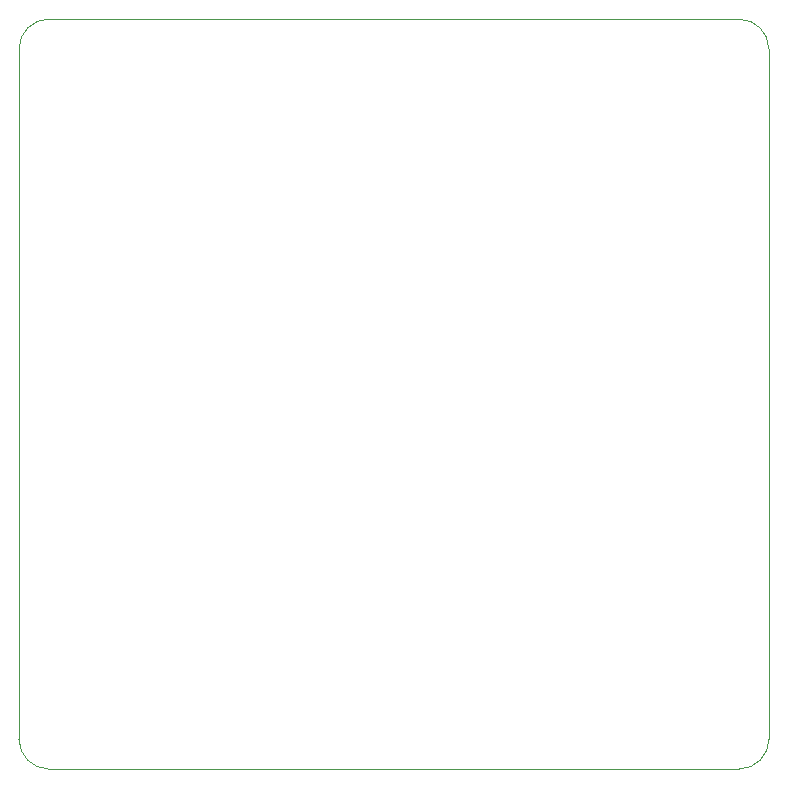
<source format=gbr>
%TF.GenerationSoftware,Altium Limited,Altium Designer,24.5.2 (23)*%
G04 Layer_Color=0*
%FSLAX45Y45*%
%MOMM*%
%TF.SameCoordinates,627A3E5C-85DC-498E-B9C8-82595492641C*%
%TF.FilePolarity,Positive*%
%TF.FileFunction,Profile,NP*%
%TF.Part,Single*%
G01*
G75*
%TA.AperFunction,Profile*%
%ADD90C,0.02540*%
D90*
X0Y254000D02*
Y6096000D01*
D02*
G02*
X254000Y6350000I254000J0D01*
G01*
X6096000D01*
D02*
G02*
X6350000Y6096000I0J-254000D01*
G01*
Y254000D01*
D02*
G02*
X6096000Y0I-254000J0D01*
G01*
X254000D01*
D02*
G02*
X0Y254000I0J254000D01*
G01*
%TF.MD5,3a3a692158997a83385f5b37681d2116*%
M02*

</source>
